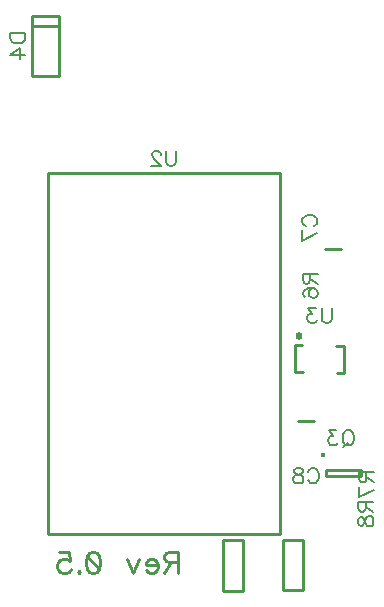
<source format=gbr>
G04 DipTrace 3.0.0.1*
G04 BottomSilk.gbr*
%MOIN*%
G04 #@! TF.FileFunction,Legend,Bot*
G04 #@! TF.Part,Single*
%ADD10C,0.009843*%
%ADD40C,0.015404*%
%ADD46O,0.023625X0.025977*%
%ADD47O,0.000394X0.016535*%
%ADD103C,0.00772*%
%ADD104C,0.010807*%
%FSLAX26Y26*%
G04*
G70*
G90*
G75*
G01*
G04 BotSilk*
%LPD*%
X1565890Y405764D2*
D10*
X1497898D1*
Y574764D1*
X1565890D1*
Y405764D1*
X1364890Y403764D2*
X1297890D1*
Y573772D1*
X1364890D1*
Y403764D1*
X1640571Y1543680D2*
X1691713D1*
X1601949Y972068D2*
X1550807D1*
X754331Y2321339D2*
X663780D1*
Y2120394D1*
X754331Y2287954D2*
X663780D1*
X754331Y2120394D2*
X663780D1*
X754331Y2321339D2*
Y2120394D1*
D40*
X1632852Y858410D3*
X1642053Y808268D2*
D10*
X1760157D1*
Y788583D1*
X1642053D1*
Y808268D1*
X714961Y595276D2*
X1488189D1*
Y1797638D1*
X714961D1*
Y595276D1*
X1678343Y1131894D2*
X1703150D1*
X1702756Y1222045D1*
X1677161D1*
X1563783Y1222839D2*
X1538976D1*
X1539370Y1132671D1*
X1564965D1*
D46*
X1552365Y1253933D3*
D47*
X1552948Y1265748D3*
X1575329Y1621088D2*
D103*
X1570576Y1623464D1*
X1565768Y1628273D1*
X1563391Y1633026D1*
Y1642588D1*
X1565768Y1647396D1*
X1570576Y1652149D1*
X1575329Y1654581D1*
X1582514Y1656958D1*
X1594508D1*
X1601638Y1654581D1*
X1606446Y1652149D1*
X1611199Y1647396D1*
X1613631Y1642588D1*
Y1633026D1*
X1611199Y1628273D1*
X1606446Y1623464D1*
X1601638Y1621088D1*
X1613631Y1596087D2*
X1563446Y1572155D1*
Y1605649D1*
X1582882Y801418D2*
X1585258Y806171D1*
X1590067Y810980D1*
X1594820Y813356D1*
X1604381D1*
X1609190Y810980D1*
X1613943Y806171D1*
X1616375Y801418D1*
X1618752Y794233D1*
Y782240D1*
X1616375Y775110D1*
X1613943Y770301D1*
X1609190Y765548D1*
X1604381Y763116D1*
X1594820D1*
X1590067Y765548D1*
X1585258Y770301D1*
X1582882Y775110D1*
X1555504Y813301D2*
X1562634Y810924D1*
X1565066Y806171D1*
Y801363D1*
X1562634Y796610D1*
X1557881Y794178D1*
X1548319Y791801D1*
X1541134Y789425D1*
X1536381Y784616D1*
X1534004Y779863D1*
Y772678D1*
X1536381Y767925D1*
X1538758Y765493D1*
X1545943Y763116D1*
X1555504D1*
X1562634Y765493D1*
X1565066Y767925D1*
X1567442Y772678D1*
Y779863D1*
X1565066Y784616D1*
X1560257Y789425D1*
X1553128Y791801D1*
X1543566Y794178D1*
X1538758Y796610D1*
X1536381Y801363D1*
Y806171D1*
X1538758Y810924D1*
X1545943Y813301D1*
X1555504D1*
X590557Y2263267D2*
X640796D1*
Y2246521D1*
X638365Y2239336D1*
X633611Y2234527D1*
X628803Y2232151D1*
X621673Y2229774D1*
X609680D1*
X602495Y2232151D1*
X597742Y2234527D1*
X592933Y2239336D1*
X590557Y2246521D1*
Y2263267D1*
X640797Y2190403D2*
X590612D1*
X624050Y2214335D1*
Y2178465D1*
X1721901Y939344D2*
X1726654Y937022D1*
X1731462Y932214D1*
X1733839Y927406D1*
X1736271Y920221D1*
Y908282D1*
X1733839Y901097D1*
X1731462Y896344D1*
X1726654Y891536D1*
X1721901Y889159D1*
X1712339D1*
X1707531Y891536D1*
X1702777Y896344D1*
X1700401Y901097D1*
X1697969Y908282D1*
Y920221D1*
X1700401Y927406D1*
X1702777Y932214D1*
X1707531Y937022D1*
X1712339Y939344D1*
X1721901D1*
X1714716Y898721D2*
X1700401Y884351D1*
X1677721Y939289D2*
X1651468D1*
X1665783Y920165D1*
X1658598D1*
X1653845Y917789D1*
X1651468Y915412D1*
X1649036Y908227D1*
Y903474D1*
X1651468Y896289D1*
X1656221Y891480D1*
X1663406Y889104D1*
X1670591D1*
X1677721Y891480D1*
X1680098Y893912D1*
X1682530Y898665D1*
X1589882Y1461296D2*
Y1439796D1*
X1587450Y1432611D1*
X1585073Y1430180D1*
X1580320Y1427803D1*
X1575512D1*
X1570759Y1430180D1*
X1568327Y1432611D1*
X1565950Y1439796D1*
Y1461296D1*
X1616190D1*
X1589882Y1444550D2*
X1616190Y1427803D1*
X1573135Y1383679D2*
X1568382Y1386055D1*
X1566005Y1393241D1*
Y1397994D1*
X1568382Y1405179D1*
X1575567Y1409987D1*
X1587505Y1412364D1*
X1599444D1*
X1609005Y1409987D1*
X1613814Y1405179D1*
X1616190Y1397994D1*
Y1395617D1*
X1613814Y1388487D1*
X1609005Y1383679D1*
X1601820Y1381302D1*
X1599443D1*
X1592258Y1383679D1*
X1587505Y1388487D1*
X1585129Y1395617D1*
Y1397994D1*
X1587505Y1405179D1*
X1592259Y1409987D1*
X1599444Y1412364D1*
X1777008Y799441D2*
Y777942D1*
X1774576Y770756D1*
X1772199Y768325D1*
X1767446Y765948D1*
X1762638D1*
X1757885Y768325D1*
X1755453Y770756D1*
X1753076Y777942D1*
Y799441D1*
X1803316D1*
X1777008Y782695D2*
X1803316Y765948D1*
Y740947D2*
X1753131Y717016D1*
Y750509D1*
X1774606Y702012D2*
Y680512D1*
X1772174Y673327D1*
X1769798Y670895D1*
X1765045Y668519D1*
X1760236D1*
X1755483Y670895D1*
X1753051Y673327D1*
X1750675Y680512D1*
Y702012D1*
X1800915D1*
X1774606Y685265D2*
X1800915Y668519D1*
X1750730Y641141D2*
X1753106Y648271D1*
X1757860Y650703D1*
X1762668D1*
X1767421Y648271D1*
X1769853Y643518D1*
X1772230Y633956D1*
X1774606Y626771D1*
X1779415Y622018D1*
X1784168Y619642D1*
X1791353D1*
X1796106Y622018D1*
X1798538Y624395D1*
X1800915Y631580D1*
Y641141D1*
X1798538Y648271D1*
X1796106Y650703D1*
X1791353Y653080D1*
X1784168D1*
X1779415Y650703D1*
X1774606Y645895D1*
X1772230Y638765D1*
X1769853Y629203D1*
X1767421Y624395D1*
X1762668Y622018D1*
X1757860D1*
X1753106Y624395D1*
X1750730Y631580D1*
Y641141D1*
X1142788Y1870861D2*
Y1834991D1*
X1140411Y1827806D1*
X1135603Y1823053D1*
X1128418Y1820621D1*
X1123665D1*
X1116479Y1823053D1*
X1111671Y1827806D1*
X1109294Y1834991D1*
Y1870861D1*
X1091423Y1858867D2*
Y1861244D1*
X1089047Y1866052D1*
X1086670Y1868429D1*
X1081862Y1870806D1*
X1072300D1*
X1067547Y1868429D1*
X1065170Y1866052D1*
X1062738Y1861244D1*
Y1856491D1*
X1065170Y1851682D1*
X1069923Y1844553D1*
X1093855Y1820621D1*
X1060362D1*
X1662276Y1347239D2*
Y1311369D1*
X1659899Y1304184D1*
X1655091Y1299431D1*
X1647906Y1296999D1*
X1643153D1*
X1635968Y1299431D1*
X1631159Y1304184D1*
X1628783Y1311369D1*
Y1347239D1*
X1608535Y1347184D2*
X1582282D1*
X1596597Y1328060D1*
X1589412D1*
X1584658Y1325684D1*
X1582282Y1323307D1*
X1579850Y1316122D1*
Y1311369D1*
X1582282Y1304184D1*
X1587035Y1299375D1*
X1594220Y1296999D1*
X1601405D1*
X1608535Y1299375D1*
X1610912Y1301807D1*
X1613343Y1306560D1*
X1150223Y501454D2*
D104*
X1120123D1*
X1110064Y504859D1*
X1106660Y508186D1*
X1103332Y514841D1*
Y521572D1*
X1106660Y528227D1*
X1110064Y531631D1*
X1120123Y534959D1*
X1150223D1*
Y464623D1*
X1126778Y501454D2*
X1103332Y464623D1*
X1081717Y491395D2*
X1041559D1*
Y498127D1*
X1044886Y504859D1*
X1048213Y508186D1*
X1054945Y511513D1*
X1065004D1*
X1071658Y508186D1*
X1078390Y501454D1*
X1081717Y491395D1*
Y484741D1*
X1078390Y474682D1*
X1071658Y468027D1*
X1065004Y464623D1*
X1054945D1*
X1048213Y468027D1*
X1041559Y474682D1*
X1019944Y511513D2*
X999825Y464623D1*
X979785Y511513D1*
X870010Y534881D2*
X880069Y531554D1*
X886801Y521495D1*
X890128Y504781D1*
Y494722D1*
X886801Y478009D1*
X880069Y467950D1*
X870010Y464623D1*
X863356D1*
X853297Y467950D1*
X846642Y478009D1*
X843238Y494722D1*
Y504781D1*
X846642Y521495D1*
X853297Y531554D1*
X863356Y534881D1*
X870010D1*
X846642Y521495D2*
X886801Y478009D1*
X818296Y471354D2*
X821623Y467950D1*
X818296Y464623D1*
X814891Y467950D1*
X818296Y471354D1*
X753117Y534881D2*
X786544D1*
X789871Y504781D1*
X786544Y508109D1*
X776485Y511513D1*
X766503D1*
X756444Y508109D1*
X749713Y501454D1*
X746385Y491395D1*
Y484741D1*
X749713Y474682D1*
X756444Y467950D1*
X766503Y464623D1*
X776485D1*
X786544Y467950D1*
X789871Y471354D1*
X793276Y478009D1*
M02*

</source>
